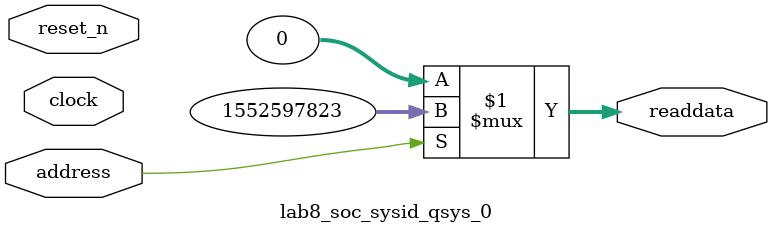
<source format=v>



// synthesis translate_off
`timescale 1ns / 1ps
// synthesis translate_on

// turn off superfluous verilog processor warnings 
// altera message_level Level1 
// altera message_off 10034 10035 10036 10037 10230 10240 10030 

module lab8_soc_sysid_qsys_0 (
               // inputs:
                address,
                clock,
                reset_n,

               // outputs:
                readdata
             )
;

  output  [ 31: 0] readdata;
  input            address;
  input            clock;
  input            reset_n;

  wire    [ 31: 0] readdata;
  //control_slave, which is an e_avalon_slave
  assign readdata = address ? 1552597823 : 0;

endmodule



</source>
